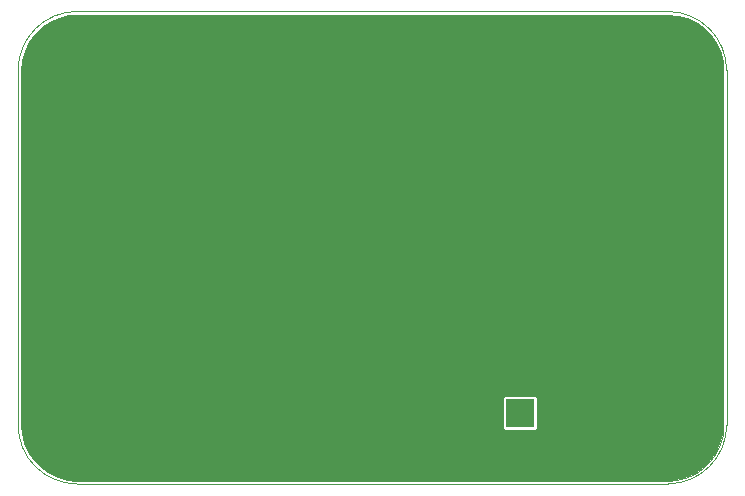
<source format=gbr>
%TF.GenerationSoftware,KiCad,Pcbnew,(5.1.8)-1*%
%TF.CreationDate,2021-02-01T22:12:43+01:00*%
%TF.ProjectId,nlb-variant,6e6c622d-7661-4726-9961-6e742e6b6963,rev?*%
%TF.SameCoordinates,Original*%
%TF.FileFunction,Copper,L2,Bot*%
%TF.FilePolarity,Positive*%
%FSLAX46Y46*%
G04 Gerber Fmt 4.6, Leading zero omitted, Abs format (unit mm)*
G04 Created by KiCad (PCBNEW (5.1.8)-1) date 2021-02-01 22:12:43*
%MOMM*%
%LPD*%
G01*
G04 APERTURE LIST*
%TA.AperFunction,Profile*%
%ADD10C,0.050000*%
%TD*%
%TA.AperFunction,SMDPad,CuDef*%
%ADD11R,5.080000X1.500000*%
%TD*%
%TA.AperFunction,ComponentPad*%
%ADD12R,2.400000X2.400000*%
%TD*%
%TA.AperFunction,ComponentPad*%
%ADD13C,2.400000*%
%TD*%
%TA.AperFunction,ComponentPad*%
%ADD14C,0.800000*%
%TD*%
%TA.AperFunction,ComponentPad*%
%ADD15C,6.400000*%
%TD*%
%TA.AperFunction,Conductor*%
%ADD16C,0.100000*%
%TD*%
G04 APERTURE END LIST*
D10*
X105000000Y-90000000D02*
G75*
G02*
X100000000Y-85000000I0J5000000D01*
G01*
X160000000Y-85000000D02*
G75*
G02*
X155000000Y-90000000I-5000000J0D01*
G01*
X155000000Y-50000000D02*
G75*
G02*
X160000000Y-55000000I0J-5000000D01*
G01*
X100000000Y-55000000D02*
G75*
G02*
X105000000Y-50000000I5000000J0D01*
G01*
X100000000Y-85000000D02*
X100000000Y-55000000D01*
X155000000Y-90000000D02*
X105000000Y-90000000D01*
X160000000Y-55000000D02*
X160000000Y-85000000D01*
X105000000Y-50000000D02*
X155000000Y-50000000D01*
D11*
%TO.P,J3,2*%
%TO.N,GND*%
X157000000Y-62250000D03*
X157000000Y-70750000D03*
%TD*%
%TO.P,J2,2*%
%TO.N,GND*%
X103000000Y-70750000D03*
X103000000Y-62250000D03*
%TD*%
D12*
%TO.P,J1,1*%
%TO.N,+5V*%
X142500000Y-84000000D03*
D13*
%TO.P,J1,2*%
%TO.N,GND*%
X146000000Y-84000000D03*
%TD*%
D14*
%TO.P,H1,1*%
%TO.N,GND*%
X107697056Y-54302944D03*
X106000000Y-53600000D03*
X104302944Y-54302944D03*
X103600000Y-56000000D03*
X104302944Y-57697056D03*
X106000000Y-58400000D03*
X107697056Y-57697056D03*
X108400000Y-56000000D03*
D15*
X106000000Y-56000000D03*
%TD*%
%TO.P,H2,1*%
%TO.N,GND*%
X154000000Y-56000000D03*
D14*
X156400000Y-56000000D03*
X155697056Y-57697056D03*
X154000000Y-58400000D03*
X152302944Y-57697056D03*
X151600000Y-56000000D03*
X152302944Y-54302944D03*
X154000000Y-53600000D03*
X155697056Y-54302944D03*
%TD*%
%TO.P,H3,1*%
%TO.N,GND*%
X107697056Y-82302944D03*
X106000000Y-81600000D03*
X104302944Y-82302944D03*
X103600000Y-84000000D03*
X104302944Y-85697056D03*
X106000000Y-86400000D03*
X107697056Y-85697056D03*
X108400000Y-84000000D03*
D15*
X106000000Y-84000000D03*
%TD*%
%TO.P,H4,1*%
%TO.N,GND*%
X154000000Y-84000000D03*
D14*
X156400000Y-84000000D03*
X155697056Y-85697056D03*
X154000000Y-86400000D03*
X152302944Y-85697056D03*
X151600000Y-84000000D03*
X152302944Y-82302944D03*
X154000000Y-81600000D03*
X155697056Y-82302944D03*
%TD*%
D16*
%TO.N,GND*%
X155836532Y-50350751D02*
X156646620Y-50572367D01*
X157404665Y-50933935D01*
X158086698Y-51424026D01*
X158671164Y-52027148D01*
X159139590Y-52724240D01*
X159477168Y-53493261D01*
X159673740Y-54312038D01*
X159725000Y-55010078D01*
X159725001Y-84987745D01*
X159649249Y-85836532D01*
X159427633Y-86646621D01*
X159066065Y-87404665D01*
X158575974Y-88086698D01*
X157972853Y-88671164D01*
X157275756Y-89139592D01*
X156506736Y-89477169D01*
X155687967Y-89673738D01*
X154989923Y-89725000D01*
X105012244Y-89725000D01*
X104163468Y-89649249D01*
X103353379Y-89427633D01*
X102595335Y-89066065D01*
X101913302Y-88575974D01*
X101328836Y-87972853D01*
X100860408Y-87275756D01*
X100522831Y-86506736D01*
X100326262Y-85687967D01*
X100275000Y-84989923D01*
X100275000Y-82800000D01*
X141048791Y-82800000D01*
X141048791Y-85200000D01*
X141053618Y-85249008D01*
X141067913Y-85296134D01*
X141091127Y-85339564D01*
X141122368Y-85377632D01*
X141160436Y-85408873D01*
X141203866Y-85432087D01*
X141250992Y-85446382D01*
X141300000Y-85451209D01*
X143700000Y-85451209D01*
X143749008Y-85446382D01*
X143796134Y-85432087D01*
X143839564Y-85408873D01*
X143877632Y-85377632D01*
X143908873Y-85339564D01*
X143932087Y-85296134D01*
X143946382Y-85249008D01*
X143951209Y-85200000D01*
X143951209Y-82800000D01*
X143946382Y-82750992D01*
X143932087Y-82703866D01*
X143908873Y-82660436D01*
X143877632Y-82622368D01*
X143839564Y-82591127D01*
X143796134Y-82567913D01*
X143749008Y-82553618D01*
X143700000Y-82548791D01*
X141300000Y-82548791D01*
X141250992Y-82553618D01*
X141203866Y-82567913D01*
X141160436Y-82591127D01*
X141122368Y-82622368D01*
X141091127Y-82660436D01*
X141067913Y-82703866D01*
X141053618Y-82750992D01*
X141048791Y-82800000D01*
X100275000Y-82800000D01*
X100275000Y-55012244D01*
X100350751Y-54163468D01*
X100572367Y-53353380D01*
X100933935Y-52595335D01*
X101424026Y-51913302D01*
X102027148Y-51328836D01*
X102724240Y-50860410D01*
X103493261Y-50522832D01*
X104312038Y-50326260D01*
X105010078Y-50275000D01*
X154987756Y-50275000D01*
X155836532Y-50350751D01*
%TA.AperFunction,Conductor*%
G36*
X155836532Y-50350751D02*
G01*
X156646620Y-50572367D01*
X157404665Y-50933935D01*
X158086698Y-51424026D01*
X158671164Y-52027148D01*
X159139590Y-52724240D01*
X159477168Y-53493261D01*
X159673740Y-54312038D01*
X159725000Y-55010078D01*
X159725001Y-84987745D01*
X159649249Y-85836532D01*
X159427633Y-86646621D01*
X159066065Y-87404665D01*
X158575974Y-88086698D01*
X157972853Y-88671164D01*
X157275756Y-89139592D01*
X156506736Y-89477169D01*
X155687967Y-89673738D01*
X154989923Y-89725000D01*
X105012244Y-89725000D01*
X104163468Y-89649249D01*
X103353379Y-89427633D01*
X102595335Y-89066065D01*
X101913302Y-88575974D01*
X101328836Y-87972853D01*
X100860408Y-87275756D01*
X100522831Y-86506736D01*
X100326262Y-85687967D01*
X100275000Y-84989923D01*
X100275000Y-82800000D01*
X141048791Y-82800000D01*
X141048791Y-85200000D01*
X141053618Y-85249008D01*
X141067913Y-85296134D01*
X141091127Y-85339564D01*
X141122368Y-85377632D01*
X141160436Y-85408873D01*
X141203866Y-85432087D01*
X141250992Y-85446382D01*
X141300000Y-85451209D01*
X143700000Y-85451209D01*
X143749008Y-85446382D01*
X143796134Y-85432087D01*
X143839564Y-85408873D01*
X143877632Y-85377632D01*
X143908873Y-85339564D01*
X143932087Y-85296134D01*
X143946382Y-85249008D01*
X143951209Y-85200000D01*
X143951209Y-82800000D01*
X143946382Y-82750992D01*
X143932087Y-82703866D01*
X143908873Y-82660436D01*
X143877632Y-82622368D01*
X143839564Y-82591127D01*
X143796134Y-82567913D01*
X143749008Y-82553618D01*
X143700000Y-82548791D01*
X141300000Y-82548791D01*
X141250992Y-82553618D01*
X141203866Y-82567913D01*
X141160436Y-82591127D01*
X141122368Y-82622368D01*
X141091127Y-82660436D01*
X141067913Y-82703866D01*
X141053618Y-82750992D01*
X141048791Y-82800000D01*
X100275000Y-82800000D01*
X100275000Y-55012244D01*
X100350751Y-54163468D01*
X100572367Y-53353380D01*
X100933935Y-52595335D01*
X101424026Y-51913302D01*
X102027148Y-51328836D01*
X102724240Y-50860410D01*
X103493261Y-50522832D01*
X104312038Y-50326260D01*
X105010078Y-50275000D01*
X154987756Y-50275000D01*
X155836532Y-50350751D01*
G37*
%TD.AperFunction*%
%TD*%
M02*

</source>
